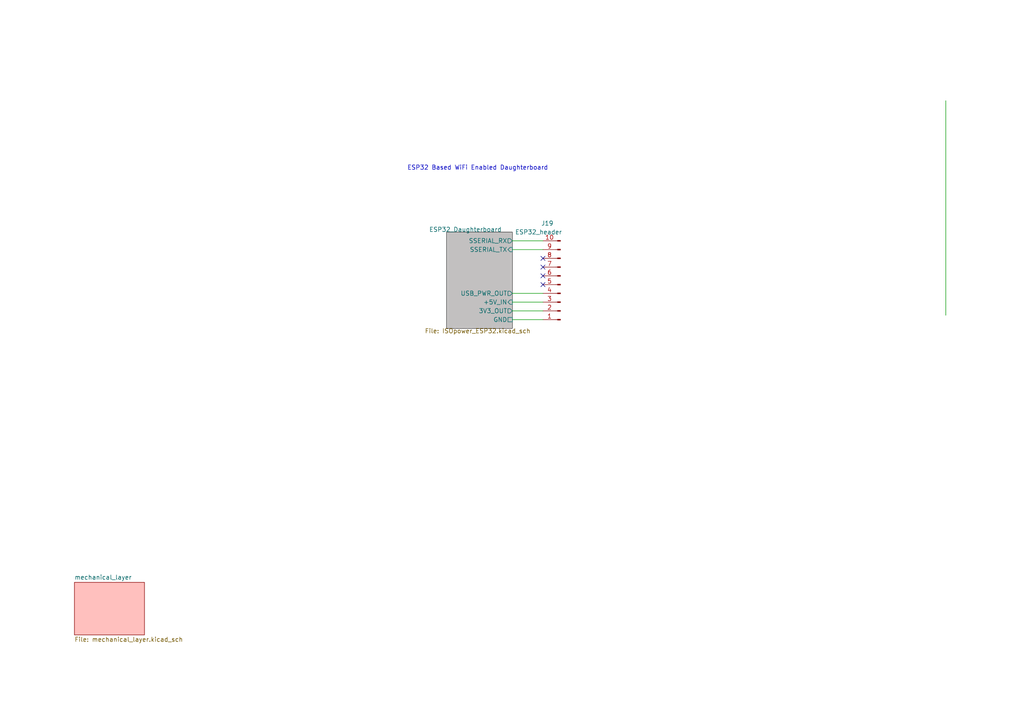
<source format=kicad_sch>
(kicad_sch (version 20211123) (generator eeschema)
  (paper "A4")
  (lib_symbols
    (symbol "Connector:Conn_01x10_Male" (pin_names (offset 1.016) hide)
      (property "Reference" "J" (at 0 12.7 0))
      (property "Value" "Conn_01x10_Male" (at 0 -15.24 0))
      (symbol "Conn_01x10_Male_1_1"
        (polyline (pts (xy 1.27 -12.7) (xy 0.8636 -12.7)) (stroke (width 0.1524)))
        (polyline (pts (xy 1.27 -10.16) (xy 0.8636 -10.16)) (stroke (width 0.1524)))
        (polyline (pts (xy 1.27 -7.62) (xy 0.8636 -7.62)) (stroke (width 0.1524)))
        (polyline (pts (xy 1.27 -5.08) (xy 0.8636 -5.08)) (stroke (width 0.1524)))
        (polyline (pts (xy 1.27 -2.54) (xy 0.8636 -2.54)) (stroke (width 0.1524)))
        (polyline (pts (xy 1.27 0) (xy 0.8636 0)) (stroke (width 0.1524)))
        (polyline (pts (xy 1.27 2.54) (xy 0.8636 2.54)) (stroke (width 0.1524)))
        (polyline (pts (xy 1.27 5.08) (xy 0.8636 5.08)) (stroke (width 0.1524)))
        (polyline (pts (xy 1.27 7.62) (xy 0.8636 7.62)) (stroke (width 0.1524)))
        (polyline (pts (xy 1.27 10.16) (xy 0.8636 10.16)) (stroke (width 0.1524)))
        (rectangle (start 0.8636 -12.573) (end 0 -12.827) (stroke (width 0.1524)) (fill (type outline)))
        (rectangle (start 0.8636 -10.033) (end 0 -10.287) (stroke (width 0.1524)) (fill (type outline)))
        (rectangle (start 0.8636 -7.493) (end 0 -7.747) (stroke (width 0.1524)) (fill (type outline)))
        (rectangle (start 0.8636 -4.953) (end 0 -5.207) (stroke (width 0.1524)) (fill (type outline)))
        (rectangle (start 0.8636 -2.413) (end 0 -2.667) (stroke (width 0.1524)) (fill (type outline)))
        (rectangle (start 0.8636 0.127) (end 0 -0.127) (stroke (width 0.1524)) (fill (type outline)))
        (rectangle (start 0.8636 2.667) (end 0 2.413) (stroke (width 0.1524)) (fill (type outline)))
        (rectangle (start 0.8636 5.207) (end 0 4.953) (stroke (width 0.1524)) (fill (type outline)))
        (rectangle (start 0.8636 7.747) (end 0 7.493) (stroke (width 0.1524)) (fill (type outline)))
        (rectangle (start 0.8636 10.287) (end 0 10.033) (stroke (width 0.1524)) (fill (type outline)))
        (pin passive line (at 5.08 10.16 180) (length 3.81) (name "Pin_1") (number "1"))
        (pin passive line (at 5.08 -12.7 180) (length 3.81) (name "Pin_10") (number "10"))
        (pin passive line (at 5.08 7.62 180) (length 3.81) (name "Pin_2") (number "2"))
        (pin passive line (at 5.08 5.08 180) (length 3.81) (name "Pin_3") (number "3"))
        (pin passive line (at 5.08 2.54 180) (length 3.81) (name "Pin_4") (number "4"))
        (pin passive line (at 5.08 0 180) (length 3.81) (name "Pin_5") (number "5"))
        (pin passive line (at 5.08 -2.54 180) (length 3.81) (name "Pin_6") (number "6"))
        (pin passive line (at 5.08 -5.08 180) (length 3.81) (name "Pin_7") (number "7"))
        (pin passive line (at 5.08 -7.62 180) (length 3.81) (name "Pin_8") (number "8"))
        (pin passive line (at 5.08 -10.16 180) (length 3.81) (name "Pin_9") (number "9"))
      )
    )
  )
  (no_connect (at 157.48 74.93))
  (no_connect (at 157.48 77.47))
  (no_connect (at 157.48 80.01))
  (no_connect (at 157.48 82.55))
  (wire (pts (xy 148.59 92.71) (xy 157.48 92.71)))
  (wire (pts (xy 148.59 90.17) (xy 157.48 90.17)))
  (wire (pts (xy 148.59 69.85) (xy 157.48 69.85)))
  (wire (pts (xy 274.32 29.21) (xy 274.32 91.44)))
  (wire (pts (xy 148.59 87.63) (xy 157.48 87.63)))
  (wire (pts (xy 148.59 72.39) (xy 157.48 72.39)))
  (wire (pts (xy 148.59 85.09) (xy 157.48 85.09)))
  (text "ESP32 Based WiFi Enabled Daughterboard" (at 118.11 49.53 0) (effects (font (size 1.27 1.27)) (justify left bottom)))
  (symbol (lib_id "Connector:Conn_01x10_Male") (at 162.56 82.55 180) (unit 1)
    (property "Reference" "J19" (at 158.75 64.77 0))
    (property "Value" "ESP32_header" (at 156.21 67.31 0))
    (property "Footprint" "Connector_PinHeader_1.27mm:PinHeader_1x10_P1.27mm_Vertical" (effects hide))
  )
  (sheet (at 21.59 168.91) (size 20.32 15.24) (stroke (width 0.1524)) (fill (color 255 13 6 0.2600))
    (property "Sheet name" "mechanical_layer" (at 21.59 168.1984 0) (effects (justify left bottom)))
    (property "Sheet file" "mechanical_layer.kicad_sch" (at 21.59 184.7346 0) (effects (justify left top)))
  )
  (sheet (at 129.54 67.31) (size 19.05 27.94) (stroke (width 0.1524) (color 54 52 53 1)) (fill (color 194 192 192 1.0000))
    (property "Sheet name" "ESP32_Daughterboard" (at 124.46 67.31 0) (effects (justify left bottom)))
    (property "Sheet file" "ISOpower_ESP32.kicad_sch" (at 123.19 95.25 0) (effects (justify left top)))
    (pin "+5V_IN" input (at 148.59 87.63 0))
    (pin "GND" passive (at 148.59 92.71 0))
    (pin "3V3_OUT" output (at 148.59 90.17 0))
    (pin "SSERIAL_RX" output (at 148.59 69.85 0))
    (pin "SSERIAL_TX" input (at 148.59 72.39 0))
    (pin "USB_PWR_OUT" output (at 148.59 85.09 0))
  )
)
</source>
